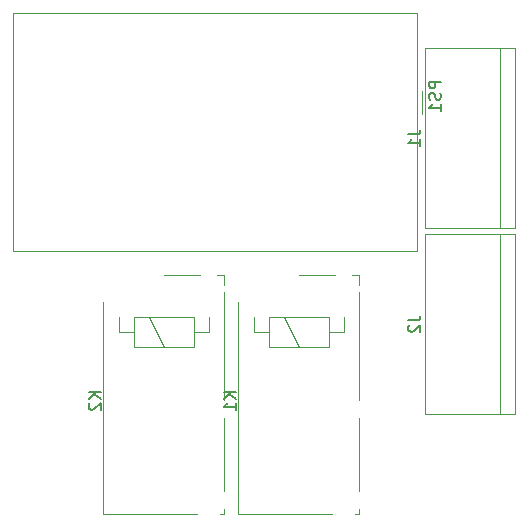
<source format=gbr>
G04 #@! TF.GenerationSoftware,KiCad,Pcbnew,5.1.9-73d0e3b20d~88~ubuntu20.04.1*
G04 #@! TF.CreationDate,2021-04-15T20:46:28+02:00*
G04 #@! TF.ProjectId,FAN-Light,46414e2d-4c69-4676-9874-2e6b69636164,rev?*
G04 #@! TF.SameCoordinates,Original*
G04 #@! TF.FileFunction,Legend,Bot*
G04 #@! TF.FilePolarity,Positive*
%FSLAX46Y46*%
G04 Gerber Fmt 4.6, Leading zero omitted, Abs format (unit mm)*
G04 Created by KiCad (PCBNEW 5.1.9-73d0e3b20d~88~ubuntu20.04.1) date 2021-04-15 20:46:28*
%MOMM*%
%LPD*%
G01*
G04 APERTURE LIST*
%ADD10C,0.120000*%
%ADD11C,0.150000*%
G04 APERTURE END LIST*
D10*
X169160000Y-88662000D02*
X169160000Y-90672000D01*
X134570000Y-82062000D02*
X168770000Y-82062000D01*
X134570000Y-102262000D02*
X134570000Y-82062000D01*
X168770000Y-102262000D02*
X134570000Y-102262000D01*
X168770000Y-82062000D02*
X168770000Y-102262000D01*
X177038000Y-100838000D02*
X177038000Y-116078000D01*
X169418000Y-100838000D02*
X169418000Y-116078000D01*
X175768000Y-100838000D02*
X175768000Y-116078000D01*
X177038000Y-116078000D02*
X169418000Y-116078000D01*
X177038000Y-100838000D02*
X169418000Y-100838000D01*
X153620000Y-124480000D02*
X161580000Y-124480000D01*
X153620000Y-124480000D02*
X153620000Y-106519998D01*
X158740000Y-104240000D02*
X161840000Y-104240000D01*
X163230000Y-104240000D02*
X163860000Y-104240000D01*
X163860000Y-105080000D02*
X163860000Y-104240000D01*
X163860000Y-114870000D02*
X163860000Y-105739995D01*
X163860000Y-122570000D02*
X163860000Y-116340000D01*
X163860000Y-124480000D02*
X163490000Y-124480000D01*
X161290000Y-110390000D02*
X161290000Y-107850000D01*
X154940000Y-109120000D02*
X156210000Y-109120000D01*
X156210000Y-110390000D02*
X161290000Y-110390000D01*
X161290000Y-109120000D02*
X162540000Y-109120000D01*
X156210000Y-107850000D02*
X156210000Y-109120000D01*
X161290000Y-107850000D02*
X156210000Y-107850000D01*
X162540000Y-109120000D02*
X162540000Y-107850000D01*
X154940000Y-107850000D02*
X154940000Y-109120000D01*
X157480000Y-107850000D02*
X158750000Y-110390000D01*
X156210000Y-109120000D02*
X156210000Y-110390000D01*
X163860000Y-124480000D02*
X163860000Y-124040000D01*
X177038000Y-85090000D02*
X169418000Y-85090000D01*
X177038000Y-100330000D02*
X169418000Y-100330000D01*
X175768000Y-85090000D02*
X175768000Y-100330000D01*
X169418000Y-85090000D02*
X169418000Y-100330000D01*
X177038000Y-85090000D02*
X177038000Y-100330000D01*
X152430000Y-124480000D02*
X152430000Y-124040000D01*
X144780000Y-109120000D02*
X144780000Y-110390000D01*
X146050000Y-107850000D02*
X147320000Y-110390000D01*
X143510000Y-107850000D02*
X143510000Y-109120000D01*
X151110000Y-109120000D02*
X151110000Y-107850000D01*
X149860000Y-107850000D02*
X144780000Y-107850000D01*
X144780000Y-107850000D02*
X144780000Y-109120000D01*
X149860000Y-109120000D02*
X151110000Y-109120000D01*
X144780000Y-110390000D02*
X149860000Y-110390000D01*
X143510000Y-109120000D02*
X144780000Y-109120000D01*
X149860000Y-110390000D02*
X149860000Y-107850000D01*
X152430000Y-124480000D02*
X152060000Y-124480000D01*
X152430000Y-122570000D02*
X152430000Y-116340000D01*
X152430000Y-114870000D02*
X152430000Y-105739995D01*
X152430000Y-105080000D02*
X152430000Y-104240000D01*
X151800000Y-104240000D02*
X152430000Y-104240000D01*
X147310000Y-104240000D02*
X150410000Y-104240000D01*
X142190000Y-124480000D02*
X142190000Y-106519998D01*
X142190000Y-124480000D02*
X150150000Y-124480000D01*
D11*
X170762380Y-87897714D02*
X169762380Y-87897714D01*
X169762380Y-88278666D01*
X169810000Y-88373904D01*
X169857619Y-88421523D01*
X169952857Y-88469142D01*
X170095714Y-88469142D01*
X170190952Y-88421523D01*
X170238571Y-88373904D01*
X170286190Y-88278666D01*
X170286190Y-87897714D01*
X170714761Y-88850095D02*
X170762380Y-88992952D01*
X170762380Y-89231047D01*
X170714761Y-89326285D01*
X170667142Y-89373904D01*
X170571904Y-89421523D01*
X170476666Y-89421523D01*
X170381428Y-89373904D01*
X170333809Y-89326285D01*
X170286190Y-89231047D01*
X170238571Y-89040571D01*
X170190952Y-88945333D01*
X170143333Y-88897714D01*
X170048095Y-88850095D01*
X169952857Y-88850095D01*
X169857619Y-88897714D01*
X169810000Y-88945333D01*
X169762380Y-89040571D01*
X169762380Y-89278666D01*
X169810000Y-89421523D01*
X170762380Y-90373904D02*
X170762380Y-89802476D01*
X170762380Y-90088190D02*
X169762380Y-90088190D01*
X169905238Y-89992952D01*
X170000476Y-89897714D01*
X170048095Y-89802476D01*
X168030380Y-108094666D02*
X168744666Y-108094666D01*
X168887523Y-108047047D01*
X168982761Y-107951809D01*
X169030380Y-107808952D01*
X169030380Y-107713714D01*
X168125619Y-108523238D02*
X168078000Y-108570857D01*
X168030380Y-108666095D01*
X168030380Y-108904190D01*
X168078000Y-108999428D01*
X168125619Y-109047047D01*
X168220857Y-109094666D01*
X168316095Y-109094666D01*
X168458952Y-109047047D01*
X169030380Y-108475619D01*
X169030380Y-109094666D01*
X153392380Y-114171904D02*
X152392380Y-114171904D01*
X153392380Y-114743333D02*
X152820952Y-114314761D01*
X152392380Y-114743333D02*
X152963809Y-114171904D01*
X153392380Y-115695714D02*
X153392380Y-115124285D01*
X153392380Y-115410000D02*
X152392380Y-115410000D01*
X152535238Y-115314761D01*
X152630476Y-115219523D01*
X152678095Y-115124285D01*
X168030380Y-92346666D02*
X168744666Y-92346666D01*
X168887523Y-92299047D01*
X168982761Y-92203809D01*
X169030380Y-92060952D01*
X169030380Y-91965714D01*
X169030380Y-93346666D02*
X169030380Y-92775238D01*
X169030380Y-93060952D02*
X168030380Y-93060952D01*
X168173238Y-92965714D01*
X168268476Y-92870476D01*
X168316095Y-92775238D01*
X141962380Y-114171904D02*
X140962380Y-114171904D01*
X141962380Y-114743333D02*
X141390952Y-114314761D01*
X140962380Y-114743333D02*
X141533809Y-114171904D01*
X141057619Y-115124285D02*
X141010000Y-115171904D01*
X140962380Y-115267142D01*
X140962380Y-115505238D01*
X141010000Y-115600476D01*
X141057619Y-115648095D01*
X141152857Y-115695714D01*
X141248095Y-115695714D01*
X141390952Y-115648095D01*
X141962380Y-115076666D01*
X141962380Y-115695714D01*
M02*

</source>
